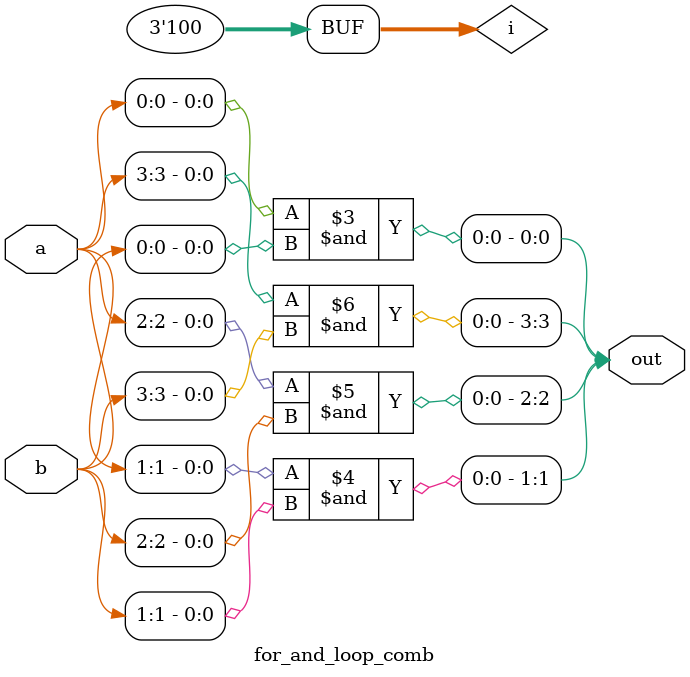
<source format=v>
module for_and_loop_comb (out, a, b);
  output 		[3: 0] 	out;
  input 		[3: 0] 	a, b;
  

  reg 		[2: 0]	i;
  reg 		[3: 0] 	out;
  wire 		[3: 0] 	a, b;

  always @  (a or b)
    begin
      for (i = 0; i <= 3; i = i+1)
        out[i] = a[i] & b[i];
    end
endmodule


</source>
